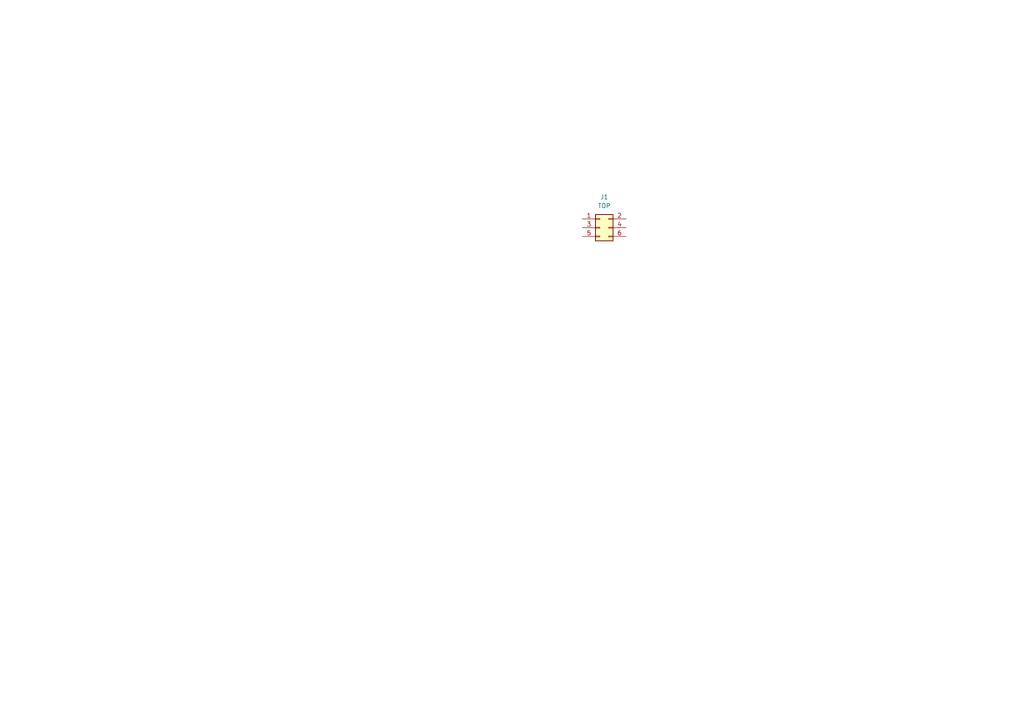
<source format=kicad_sch>
(kicad_sch (version 20211123) (generator eeschema)
  (paper "A4")
  (lib_symbols
    (symbol "Connector_Generic:Conn_02x03_Odd_Even" (pin_names (offset 1.016) hide)
      (property "Reference" "J" (at 1.27 5.08 0))
      (property "Value" "Conn_02x03_Odd_Even" (at 1.27 -5.08 0))
      (symbol "Conn_02x03_Odd_Even_1_1"
        (rectangle (start -1.27 -2.413) (end 0 -2.667) (stroke (width 0.1524)))
        (rectangle (start -1.27 0.127) (end 0 -0.127) (stroke (width 0.1524)))
        (rectangle (start -1.27 2.667) (end 0 2.413) (stroke (width 0.1524)))
        (rectangle (start -1.27 3.81) (end 3.81 -3.81) (stroke (width 0.254)) (fill (type background)))
        (rectangle (start 3.81 -2.413) (end 2.54 -2.667) (stroke (width 0.1524)))
        (rectangle (start 3.81 0.127) (end 2.54 -0.127) (stroke (width 0.1524)))
        (rectangle (start 3.81 2.667) (end 2.54 2.413) (stroke (width 0.1524)))
        (pin passive line (at -5.08 2.54 0) (length 3.81) (name "Pin_1") (number "1"))
        (pin passive line (at 7.62 2.54 180) (length 3.81) (name "Pin_2") (number "2"))
        (pin passive line (at -5.08 0 0) (length 3.81) (name "Pin_3") (number "3"))
        (pin passive line (at 7.62 0 180) (length 3.81) (name "Pin_4") (number "4"))
        (pin passive line (at -5.08 -2.54 0) (length 3.81) (name "Pin_5") (number "5"))
        (pin passive line (at 7.62 -2.54 180) (length 3.81) (name "Pin_6") (number "6"))
      )
    )
  )
  (symbol (lib_id "Connector_Generic:Conn_02x03_Odd_Even") (at 173.99 66.04 0) (unit 1)
    (property "Reference" "J1" (at 175.26 57.15 0))
    (property "Value" "TOP" (at 175.26 59.69 0))
    (property "Footprint" "Stamp_Attach:SA_layer_A" (effects hide))
  )
)
</source>
